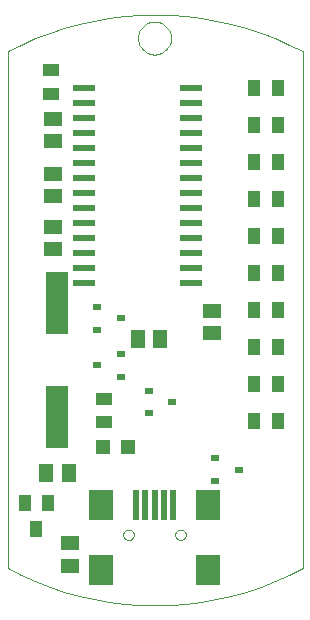
<source format=gtp>
G75*
G70*
%OFA0B0*%
%FSLAX24Y24*%
%IPPOS*%
%LPD*%
%AMOC8*
5,1,8,0,0,1.08239X$1,22.5*
%
%ADD10C,0.0010*%
%ADD11C,0.0000*%
%ADD12R,0.0433X0.0551*%
%ADD13R,0.0780X0.0220*%
%ADD14R,0.0276X0.0236*%
%ADD15R,0.0197X0.0984*%
%ADD16R,0.0787X0.0984*%
%ADD17R,0.0591X0.0512*%
%ADD18R,0.0512X0.0591*%
%ADD19R,0.0760X0.2100*%
%ADD20R,0.0551X0.0433*%
%ADD21R,0.0394X0.0551*%
%ADD22R,0.0472X0.0472*%
D10*
X001794Y001371D02*
X001794Y018596D01*
X001794Y001371D02*
X002251Y001141D01*
X002720Y000934D01*
X003198Y000750D01*
X003685Y000590D01*
X004179Y000453D01*
X004679Y000341D01*
X005183Y000254D01*
X005692Y000191D01*
X006203Y000154D01*
X006715Y000141D01*
X007227Y000154D01*
X007738Y000191D01*
X008247Y000254D01*
X008751Y000341D01*
X009251Y000453D01*
X009745Y000590D01*
X010232Y000750D01*
X010710Y000934D01*
X011179Y001141D01*
X011636Y001371D01*
X011637Y001371D02*
X011637Y018596D01*
X011636Y018596D02*
X011179Y018826D01*
X010710Y019033D01*
X010232Y019217D01*
X009745Y019377D01*
X009251Y019514D01*
X008751Y019626D01*
X008247Y019713D01*
X007738Y019776D01*
X007227Y019813D01*
X006715Y019826D01*
X006203Y019813D01*
X005692Y019776D01*
X005183Y019713D01*
X004679Y019626D01*
X004179Y019514D01*
X003685Y019377D01*
X003198Y019217D01*
X002720Y019033D01*
X002251Y018826D01*
X001794Y018596D01*
D11*
X006143Y019041D02*
X006145Y019088D01*
X006151Y019134D01*
X006161Y019180D01*
X006174Y019225D01*
X006192Y019268D01*
X006213Y019310D01*
X006237Y019350D01*
X006265Y019387D01*
X006296Y019422D01*
X006330Y019455D01*
X006366Y019484D01*
X006405Y019510D01*
X006446Y019533D01*
X006489Y019552D01*
X006533Y019568D01*
X006578Y019580D01*
X006624Y019588D01*
X006671Y019592D01*
X006717Y019592D01*
X006764Y019588D01*
X006810Y019580D01*
X006855Y019568D01*
X006899Y019552D01*
X006942Y019533D01*
X006983Y019510D01*
X007022Y019484D01*
X007058Y019455D01*
X007092Y019422D01*
X007123Y019387D01*
X007151Y019350D01*
X007175Y019310D01*
X007196Y019268D01*
X007214Y019225D01*
X007227Y019180D01*
X007237Y019134D01*
X007243Y019088D01*
X007245Y019041D01*
X007243Y018994D01*
X007237Y018948D01*
X007227Y018902D01*
X007214Y018857D01*
X007196Y018814D01*
X007175Y018772D01*
X007151Y018732D01*
X007123Y018695D01*
X007092Y018660D01*
X007058Y018627D01*
X007022Y018598D01*
X006983Y018572D01*
X006942Y018549D01*
X006899Y018530D01*
X006855Y018514D01*
X006810Y018502D01*
X006764Y018494D01*
X006717Y018490D01*
X006671Y018490D01*
X006624Y018494D01*
X006578Y018502D01*
X006533Y018514D01*
X006489Y018530D01*
X006446Y018549D01*
X006405Y018572D01*
X006366Y018598D01*
X006330Y018627D01*
X006296Y018660D01*
X006265Y018695D01*
X006237Y018732D01*
X006213Y018772D01*
X006192Y018814D01*
X006174Y018857D01*
X006161Y018902D01*
X006151Y018948D01*
X006145Y018994D01*
X006143Y019041D01*
X005651Y002481D02*
X005653Y002507D01*
X005659Y002533D01*
X005669Y002558D01*
X005682Y002581D01*
X005698Y002601D01*
X005718Y002619D01*
X005740Y002634D01*
X005763Y002646D01*
X005789Y002654D01*
X005815Y002658D01*
X005841Y002658D01*
X005867Y002654D01*
X005893Y002646D01*
X005917Y002634D01*
X005938Y002619D01*
X005958Y002601D01*
X005974Y002581D01*
X005987Y002558D01*
X005997Y002533D01*
X006003Y002507D01*
X006005Y002481D01*
X006003Y002455D01*
X005997Y002429D01*
X005987Y002404D01*
X005974Y002381D01*
X005958Y002361D01*
X005938Y002343D01*
X005916Y002328D01*
X005893Y002316D01*
X005867Y002308D01*
X005841Y002304D01*
X005815Y002304D01*
X005789Y002308D01*
X005763Y002316D01*
X005739Y002328D01*
X005718Y002343D01*
X005698Y002361D01*
X005682Y002381D01*
X005669Y002404D01*
X005659Y002429D01*
X005653Y002455D01*
X005651Y002481D01*
X007383Y002481D02*
X007385Y002507D01*
X007391Y002533D01*
X007401Y002558D01*
X007414Y002581D01*
X007430Y002601D01*
X007450Y002619D01*
X007472Y002634D01*
X007495Y002646D01*
X007521Y002654D01*
X007547Y002658D01*
X007573Y002658D01*
X007599Y002654D01*
X007625Y002646D01*
X007649Y002634D01*
X007670Y002619D01*
X007690Y002601D01*
X007706Y002581D01*
X007719Y002558D01*
X007729Y002533D01*
X007735Y002507D01*
X007737Y002481D01*
X007735Y002455D01*
X007729Y002429D01*
X007719Y002404D01*
X007706Y002381D01*
X007690Y002361D01*
X007670Y002343D01*
X007648Y002328D01*
X007625Y002316D01*
X007599Y002308D01*
X007573Y002304D01*
X007547Y002304D01*
X007521Y002308D01*
X007495Y002316D01*
X007471Y002328D01*
X007450Y002343D01*
X007430Y002361D01*
X007414Y002381D01*
X007401Y002404D01*
X007391Y002429D01*
X007385Y002455D01*
X007383Y002481D01*
D12*
X010013Y006293D03*
X010800Y006293D03*
X010800Y007523D03*
X010800Y008753D03*
X010800Y009984D03*
X010013Y009984D03*
X010013Y008753D03*
X010013Y007523D03*
X010013Y011214D03*
X010800Y011214D03*
X010800Y012444D03*
X010800Y013675D03*
X010800Y014905D03*
X010800Y016135D03*
X010800Y017366D03*
X010013Y017366D03*
X010013Y016135D03*
X010013Y014905D03*
X010013Y013675D03*
X010013Y012444D03*
D13*
X007894Y012391D03*
X007894Y012891D03*
X007894Y013391D03*
X007894Y013891D03*
X007894Y014391D03*
X007894Y014891D03*
X007894Y015391D03*
X007894Y015891D03*
X007894Y016391D03*
X007894Y016891D03*
X007894Y017391D03*
X007894Y011891D03*
X007894Y011391D03*
X007894Y010891D03*
X004334Y010891D03*
X004334Y011391D03*
X004334Y011891D03*
X004334Y012391D03*
X004334Y012891D03*
X004334Y013391D03*
X004334Y013891D03*
X004334Y014391D03*
X004334Y014891D03*
X004334Y015391D03*
X004334Y015891D03*
X004334Y016391D03*
X004334Y016891D03*
X004334Y017391D03*
D14*
X004785Y010073D03*
X004785Y009325D03*
X004772Y008134D03*
X005560Y008508D03*
X005560Y007760D03*
X006494Y007284D03*
X006494Y006536D03*
X007282Y006910D03*
X008725Y005027D03*
X008725Y004279D03*
X009513Y004653D03*
X005572Y009699D03*
D15*
X006064Y003465D03*
X006379Y003465D03*
X006694Y003465D03*
X007009Y003465D03*
X007324Y003465D03*
D16*
X008466Y003465D03*
X008466Y001300D03*
X004922Y001300D03*
X004922Y003465D03*
D17*
X003874Y002195D03*
X003874Y001447D03*
X008594Y009207D03*
X008594Y009955D03*
X003314Y012007D03*
X003314Y012755D03*
X003314Y013767D03*
X003314Y014515D03*
X003314Y015607D03*
X003314Y016355D03*
D18*
X006140Y009021D03*
X006888Y009021D03*
X003829Y004533D03*
X003081Y004533D03*
D19*
X003434Y006401D03*
X003434Y010201D03*
D20*
X004994Y007015D03*
X004994Y006227D03*
X003234Y017187D03*
X003234Y017975D03*
D21*
X003128Y003534D03*
X002754Y002668D03*
X002380Y003534D03*
D22*
X004981Y005421D03*
X005807Y005421D03*
M02*

</source>
